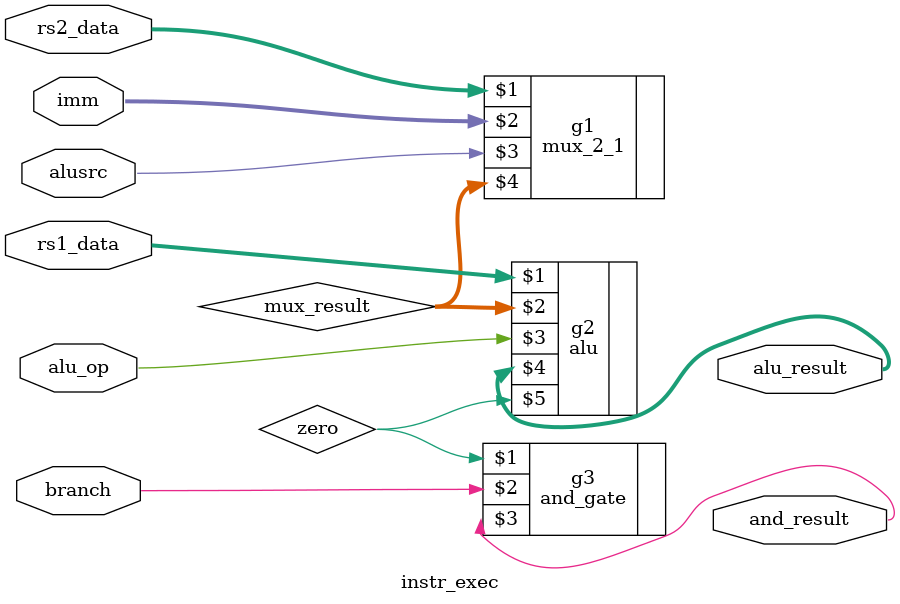
<source format=sv>
module instr_exec #(parameter N=32) (input logic [N-1:0]rs1_data,rs2_data,imm,input logic alusrc,branch,input logic alu_op,output logic [N-1:0]alu_result,output logic and_result);
wire [N-1:0]mux_result;
wire zero;
mux_2_1 g1(rs2_data,imm,alusrc,mux_result);
alu g2(rs1_data,mux_result,alu_op,alu_result,zero);
and_gate g3(zero,branch,and_result);
endmodule

</source>
